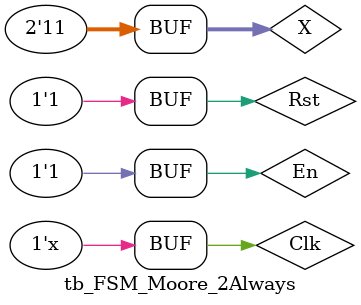
<source format=v>
`timescale 1ns / 1ps


module tb_FSM_Moore_2Always;

	// Inputs
	reg [1:0] X;
	reg En;
	reg Rst;
	reg Clk;

	// Outputs
	wire [1:0] Cuenta;

	// Instantiate the Unit Under Test (UUT)
	FSM_Moore_2always uut (
		.X(X), 
		.En(En), 
		.Rst(Rst), 
		.Clk(Clk), 
		.Cuenta(Cuenta)
	);

	initial begin
		// Initialize Inputs
		X = 0;
		En = 0;
		Rst = 0;
		Clk = 0;
		#2 Rst =1;
			En=1;
		#10 X=0;
		#10 X=1;
		#10 X=2;
		#10 X=3;
	end
	
	always
	begin
	#1 Clk <=~Clk;
	end
      
endmodule


</source>
